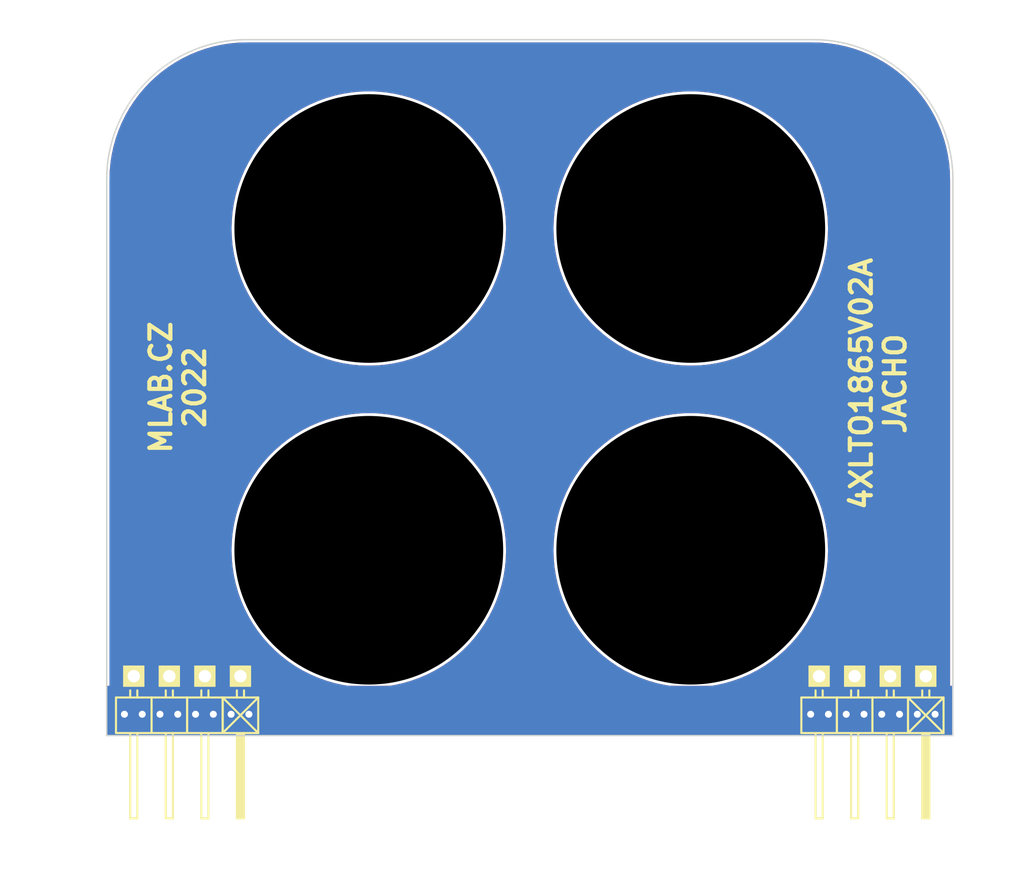
<source format=kicad_pcb>
(kicad_pcb (version 20211014) (generator pcbnew)
  (layers (0 "F.Cu" signal) (31 "B.Cu" signal) (34 "B.Paste" user) (35 "F.Paste" user) (36 "B.SilkS" user "B.Silkscreen") (37 "F.SilkS" user "F.Silkscreen") (38 "B.Mask" user) (39 "F.Mask" user) (44 "Edge.Cuts" user))
  (net 0 "")
  (net 1 "GND")
  (footprint "Mlab_Pin_Headers:Angled_1x04" (layer "F.Cu") (at 120.3 113.102 -90)
    (fp_text reference "J2" hide)
    (fp_text value "HEADER_2x04_PARALLEL" hide)
    (fp_line (start 4.064 -2.54) (end 4.064 -5.08) (layer "F.SilkS") (width 0.15))
    (fp_line (start 4.064 0) (end 4.064 -2.54) (layer "F.SilkS") (width 0.15))
    (fp_line (start 4.064 5.08) (end 4.064 2.54) (layer "F.SilkS") (width 0.15))
    (fp_line (start 1.524 -5.08) (end 4.064 -5.08) (layer "F.SilkS") (width 0.15))
    (fp_line (start 10.16 1.524) (end 4.064 1.524) (layer "F.SilkS") (width 0.15))
    (fp_line (start 1.524 0) (end 4.064 0) (layer "F.SilkS") (width 0.15))
    (fp_line (start 1.524 5.08) (end 4.064 5.08) (layer "F.SilkS") (width 0.15))
    (fp_line (start 1.524 -1.524) (end 1.016 -1.524) (layer "F.SilkS") (width 0.15))
    (fp_line (start 4.064 -2.54) (end 1.524 -5.08) (layer "F.SilkS") (width 0.15))
    (fp_line (start 1.524 -3.556) (end 1.016 -3.556) (layer "F.SilkS") (width 0.15))
    (fp_line (start 1.524 1.524) (end 1.016 1.524) (layer "F.SilkS") (width 0.15))
    (fp_line (start 10.16 -1.016) (end 4.064 -1.016) (layer "F.SilkS") (width 0.15))
    (fp_line (start 10.16 -3.556) (end 4.064 -3.556) (layer "F.SilkS") (width 0.15))
    (fp_line (start 1.524 -2.54) (end 4.064 -2.54) (layer "F.SilkS") (width 0.15))
    (fp_line (start 1.524 -1.016) (end 1.016 -1.016) (layer "F.SilkS") (width 0.15))
    (fp_line (start 10.16 3.556) (end 10.16 4.064) (layer "F.SilkS") (width 0.15))
    (fp_line (start 1.524 2.54) (end 4.064 2.54) (layer "F.SilkS") (width 0.15))
    (fp_line (start 10.16 4.064) (end 4.064 4.064) (layer "F.SilkS") (width 0.15))
    (fp_line (start 10.033 -3.937) (end 10.033 -3.683) (layer "F.SilkS") (width 0.15))
    (fp_line (start 1.524 -2.54) (end 4.064 -2.54) (layer "F.SilkS") (width 0.15))
    (fp_line (start 1.524 1.016) (end 1.016 1.016) (layer "F.SilkS") (width 0.15))
    (fp_line (start 1.524 2.54) (end 1.524 5.08) (layer "F.SilkS") (width 0.15))
    (fp_line (start 1.524 4.064) (end 1.016 4.064) (layer "F.SilkS") (width 0.15))
    (fp_line (start 4.191 -3.81) (end 10.033 -3.81) (layer "F.SilkS") (width 0.15))
    (fp_line (start 4.064 2.54) (end 4.064 0) (layer "F.SilkS") (width 0.15))
    (fp_line (start 1.524 -4.064) (end 1.016 -4.064) (layer "F.SilkS") (width 0.15))
    (fp_line (start 1.524 3.556) (end 1.016 3.556) (layer "F.SilkS") (width 0.15))
    (fp_line (start 10.033 -3.683) (end 4.191 -3.683) (layer "F.SilkS") (width 0.15))
    (fp_line (start 4.064 -4.064) (end 10.16 -4.064) (layer "F.SilkS") (width 0.15))
    (fp_line (start 4.064 1.016) (end 10.16 1.016) (layer "F.SilkS") (width 0.15))
    (fp_line (start 1.524 -2.54) (end 1.524 0) (layer "F.SilkS") (width 0.15))
    (fp_line (start 10.16 1.016) (end 10.16 1.524) (layer "F.SilkS") (width 0.15))
    (fp_line (start 1.524 0) (end 4.064 0) (layer "F.SilkS") (width 0.15))
    (fp_line (start 4.064 -5.08) (end 1.524 -2.54) (layer "F.SilkS") (width 0.15))
    (fp_line (start 4.064 3.556) (end 10.16 3.556) (layer "F.SilkS") (width 0.15))
    (fp_line (start 10.16 -4.064) (end 10.16 -3.556) (layer "F.SilkS") (width 0.15))
    (fp_line (start 1.524 2.54) (end 4.064 2.54) (layer "F.SilkS") (width 0.15))
    (fp_line (start 1.524 -5.08) (end 1.524 -2.54) (layer "F.SilkS") (width 0.15))
    (fp_line (start 4.191 -3.937) (end 10.033 -3.937) (layer "F.SilkS") (width 0.15))
    (fp_line (start 4.064 -1.524) (end 10.16 -1.524) (layer "F.SilkS") (width 0.15))
    (fp_line (start 1.524 0) (end 1.524 2.54) (layer "F.SilkS") (width 0.15))
    (fp_line (start 10.16 -1.524) (end 10.16 -1.016) (layer "F.SilkS") (width 0.15))
    (pad "1" thru_hole rect (at 0 -3.81 270) (size 1.524 1.524) (drill 0.889) (layers *.Cu *.Mask "F.SilkS") (net 1 "GND"))
    (pad "2" thru_hole rect (at 0 -1.27 270) (size 1.524 1.524) (drill 0.889) (layers *.Cu *.Mask "F.SilkS") (net 1 "GND"))
    (pad "3" thru_hole rect (at 0 1.27 270) (size 1.524 1.524) (drill 0.889) (layers *.Cu *.Mask "F.SilkS") (net 1 "GND"))
    (pad "4" thru_hole rect (at 0 3.81 270) (size 1.524 1.524) (drill 0.889) (layers *.Cu *.Mask "F.SilkS") (net 1 "GND"))
  )
  (footprint "Mlab_Mechanical:dira_19,2mm" (layer "F.Cu") (at 133.28 104.102)
    (fp_text reference "M2" hide)
    (fp_text value "HOLE" hide)
    (pad "" np_thru_hole circle (at 0 0) (size 19.2 19.2) (drill 19.2) (layers *.Mask))
  )
  (footprint "Mlab_Mechanical:dira_19,2mm" (layer "F.Cu") (at 156.28 104.102)
    (fp_text reference "M1" hide)
    (fp_text value "HOLE" hide)
    (pad "" np_thru_hole circle (at 0 0) (size 19.2 19.2) (drill 19.2) (layers *.Mask))
  )
  (footprint "Mlab_Mechanical:dira_19,2mm" (layer "F.Cu") (at 133.28 81.102)
    (fp_text reference "M4" hide)
    (fp_text value "HOLE" hide)
    (pad "" np_thru_hole circle (at 0 0) (size 19.2 19.2) (drill 19.2) (layers *.Mask))
  )
  (footprint "Mlab_Mechanical:dira_19,2mm" (layer "F.Cu") (at 156.28 81.102)
    (fp_text reference "M3" hide)
    (fp_text value "HOLE" hide)
    (pad "" np_thru_hole circle (at 0 0) (size 19.2 19.2) (drill 19.2) (layers *.Mask))
  )
  (footprint "Mlab_Pin_Headers:Angled_1x04" (layer "F.Cu") (at 169.26 113.102 -90)
    (fp_text reference "J3" hide)
    (fp_text value "HEADER_2x04_PARALLEL" hide)
    (fp_line (start 1.524 2.54) (end 4.064 2.54) (layer "F.SilkS") (width 0.15))
    (fp_line (start 4.064 2.54) (end 4.064 0) (layer "F.SilkS") (width 0.15))
    (fp_line (start 1.524 -1.016) (end 1.016 -1.016) (layer "F.SilkS") (width 0.15))
    (fp_line (start 1.524 1.524) (end 1.016 1.524) (layer "F.SilkS") (width 0.15))
    (fp_line (start 10.033 -3.937) (end 10.033 -3.683) (layer "F.SilkS") (width 0.15))
    (fp_line (start 1.524 5.08) (end 4.064 5.08) (layer "F.SilkS") (width 0.15))
    (fp_line (start 1.524 -3.556) (end 1.016 -3.556) (layer "F.SilkS") (width 0.15))
    (fp_line (start 1.524 -5.08) (end 1.524 -2.54) (layer "F.SilkS") (width 0.15))
    (fp_line (start 4.064 -5.08) (end 1.524 -2.54) (layer "F.SilkS") (width 0.15))
    (fp_line (start 4.064 -2.54) (end 1.524 -5.08) (layer "F.SilkS") (width 0.15))
    (fp_line (start 1.524 2.54) (end 4.064 2.54) (layer "F.SilkS") (width 0.15))
    (fp_line (start 1.524 -1.524) (end 1.016 -1.524) (layer "F.SilkS") (width 0.15))
    (fp_line (start 4.064 -2.54) (end 4.064 -5.08) (layer "F.SilkS") (width 0.15))
    (fp_line (start 4.064 0) (end 4.064 -2.54) (layer "F.SilkS") (width 0.15))
    (fp_line (start 1.524 0) (end 4.064 0) (layer "F.SilkS") (width 0.15))
    (fp_line (start 10.033 -3.683) (end 4.191 -3.683) (layer "F.SilkS") (width 0.15))
    (fp_line (start 10.16 -1.016) (end 4.064 -1.016) (layer "F.SilkS") (width 0.15))
    (fp_line (start 4.191 -3.937) (end 10.033 -3.937) (layer "F.SilkS") (width 0.15))
    (fp_line (start 1.524 2.54) (end 1.524 5.08) (layer "F.SilkS") (width 0.15))
    (fp_line (start 4.064 -1.524) (end 10.16 -1.524) (layer "F.SilkS") (width 0.15))
    (fp_line (start 10.16 1.016) (end 10.16 1.524) (layer "F.SilkS") (width 0.15))
    (fp_line (start 1.524 -2.54) (end 4.064 -2.54) (layer "F.SilkS") (width 0.15))
    (fp_line (start 4.064 1.016) (end 10.16 1.016) (layer "F.SilkS") (width 0.15))
    (fp_line (start 1.524 -4.064) (end 1.016 -4.064) (layer "F.SilkS") (width 0.15))
    (fp_line (start 1.524 -5.08) (end 4.064 -5.08) (layer "F.SilkS") (width 0.15))
    (fp_line (start 10.16 3.556) (end 10.16 4.064) (layer "F.SilkS") (width 0.15))
    (fp_line (start 4.064 5.08) (end 4.064 2.54) (layer "F.SilkS") (width 0.15))
    (fp_line (start 1.524 -2.54) (end 1.524 0) (layer "F.SilkS") (width 0.15))
    (fp_line (start 1.524 0) (end 4.064 0) (layer "F.SilkS") (width 0.15))
    (fp_line (start 1.524 -2.54) (end 4.064 -2.54) (layer "F.SilkS") (width 0.15))
    (fp_line (start 1.524 1.016) (end 1.016 1.016) (layer "F.SilkS") (width 0.15))
    (fp_line (start 10.16 1.524) (end 4.064 1.524) (layer "F.SilkS") (width 0.15))
    (fp_line (start 10.16 4.064) (end 4.064 4.064) (layer "F.SilkS") (width 0.15))
    (fp_line (start 4.191 -3.81) (end 10.033 -3.81) (layer "F.SilkS") (width 0.15))
    (fp_line (start 4.064 3.556) (end 10.16 3.556) (layer "F.SilkS") (width 0.15))
    (fp_line (start 10.16 -4.064) (end 10.16 -3.556) (layer "F.SilkS") (width 0.15))
    (fp_line (start 10.16 -1.524) (end 10.16 -1.016) (layer "F.SilkS") (width 0.15))
    (fp_line (start 1.524 3.556) (end 1.016 3.556) (layer "F.SilkS") (width 0.15))
    (fp_line (start 10.16 -3.556) (end 4.064 -3.556) (layer "F.SilkS") (width 0.15))
    (fp_line (start 1.524 4.064) (end 1.016 4.064) (layer "F.SilkS") (width 0.15))
    (fp_line (start 1.524 0) (end 1.524 2.54) (layer "F.SilkS") (width 0.15))
    (fp_line (start 4.064 -4.064) (end 10.16 -4.064) (layer "F.SilkS") (width 0.15))
    (pad "1" thru_hole rect (at 0 -3.81 270) (size 1.524 1.524) (drill 0.889) (layers *.Cu *.Mask "F.SilkS") (net 1 "GND"))
    (pad "2" thru_hole rect (at 0 -1.27 270) (size 1.524 1.524) (drill 0.889) (layers *.Cu *.Mask "F.SilkS") (net 1 "GND"))
    (pad "3" thru_hole rect (at 0 1.27 270) (size 1.524 1.524) (drill 0.889) (layers *.Cu *.Mask "F.SilkS") (net 1 "GND"))
    (pad "4" thru_hole rect (at 0 3.81 270) (size 1.524 1.524) (drill 0.889) (layers *.Cu *.Mask "F.SilkS") (net 1 "GND"))
  )
  (gr_line (start 124.554 67.602) (end 165.006 67.602) (layer "Edge.Cuts") (width 0.1))
  (gr_line (start 175.006 117.348) (end 175.006 77.602) (layer "Edge.Cuts") (width 0.1))
  (gr_line (start 114.554 77.602) (end 114.554 117.348) (layer "Edge.Cuts") (width 0.1))
  (gr_arc (start 165.006 67.602) (mid 172.077068 70.530932) (end 175.006 77.602) (layer "Edge.Cuts") (width 0.1))
  (gr_arc (start 114.554 77.602) (mid 117.482932 70.530932) (end 124.554 67.602) (layer "Edge.Cuts") (width 0.1))
  (gr_line (start 114.554 117.348) (end 175.006 117.348) (layer "Edge.Cuts") (width 0.1))
  (gr_text "MLAB.CZ\n2022" (at 119.634 92.456 90) (layer "F.SilkS") (effects (font (size 1.5 1.5) (thickness 0.3))))
  (gr_text "4XLTO1865V02A\nJACHO" (at 169.672 92.202 90) (layer "F.SilkS") (effects (font (size 1.5 1.5) (thickness 0.3))))
  (via (at 169.926 115.824) (size 0.9) (drill 0.5) (layers "F.Cu" "B.Cu") (net 1))
  (via (at 120.904 115.824) (size 0.9) (drill 0.5) (layers "F.Cu" "B.Cu") (net 1))
  (via (at 173.736 115.824) (size 0.9) (drill 0.5) (layers "F.Cu" "B.Cu") (net 1))
  (via (at 117.094 115.824) (size 0.9) (drill 0.5) (layers "F.Cu" "B.Cu") (net 1))
  (via (at 124.714 115.824) (size 0.9) (drill 0.5) (layers "F.Cu" "B.Cu") (net 1))
  (via (at 164.846 115.824) (size 0.9) (drill 0.5) (layers "F.Cu" "B.Cu") (net 1))
  (via (at 171.196 115.824) (size 0.9) (drill 0.5) (layers "F.Cu" "B.Cu") (net 1))
  (via (at 122.174 115.824) (size 0.9) (drill 0.5) (layers "F.Cu" "B.Cu") (net 1))
  (via (at 123.444 115.824) (size 0.9) (drill 0.5) (layers "F.Cu" "B.Cu") (net 1))
  (via (at 168.656 115.824) (size 0.9) (drill 0.5) (layers "F.Cu" "B.Cu") (net 1))
  (via (at 118.364 115.824) (size 0.9) (drill 0.5) (layers "F.Cu" "B.Cu") (net 1))
  (via (at 172.466 115.824) (size 0.9) (drill 0.5) (layers "F.Cu" "B.Cu") (net 1))
  (via (at 119.634 115.824) (size 0.9) (drill 0.5) (layers "F.Cu" "B.Cu") (net 1))
  (via (at 115.824 115.824) (size 0.9) (drill 0.5) (layers "F.Cu" "B.Cu") (net 1))
  (via (at 167.386 115.824) (size 0.9) (drill 0.5) (layers "F.Cu" "B.Cu") (net 1))
  (via (at 166.116 115.824) (size 0.9) (drill 0.5) (layers "F.Cu" "B.Cu") (net 1))
  (zone (net 1) (net_name "GND") (layers F&B.Cu) (connect_pads (clearance 0.01)) (min_thickness 0.254) (fill yes (thermal_gap 0.508) (thermal_bridge_width 0.508))
    (polygon (pts (xy 178.816 124.714) (xy 112.014 125.222) (xy 112.014 113.792) (xy 178.562 113.792)))
  )
  (zone (net 1) (net_name "GND") (layers F&B.Cu) (connect_pads yes (clearance 0.2)) (min_thickness 0.254) (fill yes (thermal_gap 0.508) (thermal_bridge_width 0.508))
    (polygon (pts (xy 179.578 122.174) (xy 108.712 127.254) (xy 106.934 64.77) (xy 180.086 64.77)))
  )
)
</source>
